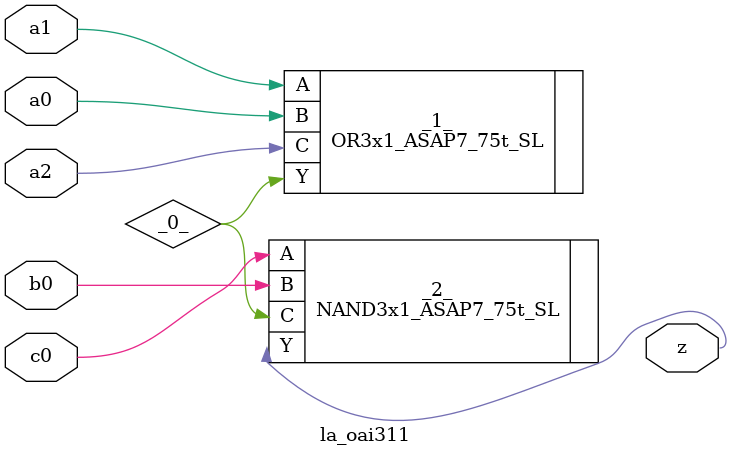
<source format=v>

/* Generated by Yosys 0.44 (git sha1 80ba43d26, g++ 11.4.0-1ubuntu1~22.04 -fPIC -O3) */

(* top =  1  *)
(* src = "generated" *)
module la_oai311 (
    a0,
    a1,
    a2,
    b0,
    c0,
    z
);
  wire _0_;
  (* src = "generated" *)
  input a0;
  wire a0;
  (* src = "generated" *)
  input a1;
  wire a1;
  (* src = "generated" *)
  input a2;
  wire a2;
  (* src = "generated" *)
  input b0;
  wire b0;
  (* src = "generated" *)
  input c0;
  wire c0;
  (* src = "generated" *)
  output z;
  wire z;
  OR3x1_ASAP7_75t_SL _1_ (
      .A(a1),
      .B(a0),
      .C(a2),
      .Y(_0_)
  );
  NAND3x1_ASAP7_75t_SL _2_ (
      .A(c0),
      .B(b0),
      .C(_0_),
      .Y(z)
  );
endmodule

</source>
